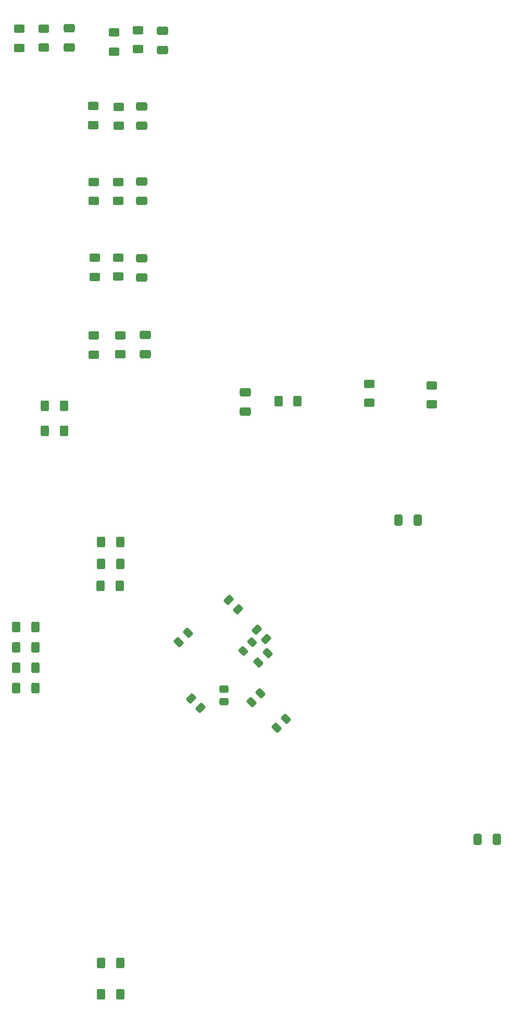
<source format=gbp>
G04 #@! TF.GenerationSoftware,KiCad,Pcbnew,7.0.7*
G04 #@! TF.CreationDate,2023-10-20T13:35:02-04:00*
G04 #@! TF.ProjectId,Schematic,53636865-6d61-4746-9963-2e6b69636164,rev?*
G04 #@! TF.SameCoordinates,Original*
G04 #@! TF.FileFunction,Paste,Bot*
G04 #@! TF.FilePolarity,Positive*
%FSLAX46Y46*%
G04 Gerber Fmt 4.6, Leading zero omitted, Abs format (unit mm)*
G04 Created by KiCad (PCBNEW 7.0.7) date 2023-10-20 13:35:02*
%MOMM*%
%LPD*%
G01*
G04 APERTURE LIST*
G04 Aperture macros list*
%AMRoundRect*
0 Rectangle with rounded corners*
0 $1 Rounding radius*
0 $2 $3 $4 $5 $6 $7 $8 $9 X,Y pos of 4 corners*
0 Add a 4 corners polygon primitive as box body*
4,1,4,$2,$3,$4,$5,$6,$7,$8,$9,$2,$3,0*
0 Add four circle primitives for the rounded corners*
1,1,$1+$1,$2,$3*
1,1,$1+$1,$4,$5*
1,1,$1+$1,$6,$7*
1,1,$1+$1,$8,$9*
0 Add four rect primitives between the rounded corners*
20,1,$1+$1,$2,$3,$4,$5,0*
20,1,$1+$1,$4,$5,$6,$7,0*
20,1,$1+$1,$6,$7,$8,$9,0*
20,1,$1+$1,$8,$9,$2,$3,0*%
G04 Aperture macros list end*
%ADD10RoundRect,0.250000X0.400000X0.625000X-0.400000X0.625000X-0.400000X-0.625000X0.400000X-0.625000X0*%
%ADD11RoundRect,0.250000X-0.400000X-0.625000X0.400000X-0.625000X0.400000X0.625000X-0.400000X0.625000X0*%
%ADD12RoundRect,0.250000X0.625000X-0.400000X0.625000X0.400000X-0.625000X0.400000X-0.625000X-0.400000X0*%
%ADD13RoundRect,0.250000X-0.475000X0.337500X-0.475000X-0.337500X0.475000X-0.337500X0.475000X0.337500X0*%
%ADD14RoundRect,0.250000X-0.625000X0.400000X-0.625000X-0.400000X0.625000X-0.400000X0.625000X0.400000X0*%
%ADD15RoundRect,0.250000X-0.574524X-0.097227X-0.097227X-0.574524X0.574524X0.097227X0.097227X0.574524X0*%
%ADD16RoundRect,0.250000X-0.412500X-0.650000X0.412500X-0.650000X0.412500X0.650000X-0.412500X0.650000X0*%
%ADD17RoundRect,0.250000X0.650000X-0.412500X0.650000X0.412500X-0.650000X0.412500X-0.650000X-0.412500X0*%
%ADD18RoundRect,0.250000X0.412500X0.650000X-0.412500X0.650000X-0.412500X-0.650000X0.412500X-0.650000X0*%
%ADD19RoundRect,0.250000X0.097227X-0.574524X0.574524X-0.097227X-0.097227X0.574524X-0.574524X0.097227X0*%
%ADD20RoundRect,0.250000X-0.097227X0.574524X-0.574524X0.097227X0.097227X-0.574524X0.574524X-0.097227X0*%
%ADD21RoundRect,0.250000X-0.650000X0.412500X-0.650000X-0.412500X0.650000X-0.412500X0.650000X0.412500X0*%
%ADD22RoundRect,0.250000X-0.088388X0.548008X-0.548008X0.088388X0.088388X-0.548008X0.548008X-0.088388X0*%
G04 APERTURE END LIST*
D10*
X59716000Y-98044000D03*
X56616000Y-98044000D03*
X59716000Y-93980000D03*
X56616000Y-93980000D03*
D11*
X51943000Y-133211000D03*
X55043000Y-133211000D03*
D12*
X71755000Y-36094000D03*
X71755000Y-32994000D03*
D13*
X85725000Y-139954000D03*
X85725000Y-142029000D03*
D11*
X51943000Y-136501000D03*
X55043000Y-136501000D03*
D14*
X119507000Y-90652000D03*
X119507000Y-93752000D03*
D15*
X91087377Y-130330377D03*
X92554623Y-131797623D03*
D16*
X114113000Y-112522000D03*
X117238000Y-112522000D03*
D11*
X51943000Y-139791000D03*
X55043000Y-139791000D03*
D12*
X64435000Y-48413000D03*
X64435000Y-45313000D03*
X64562000Y-60732000D03*
X64562000Y-57632000D03*
D17*
X60579000Y-35852500D03*
X60579000Y-32727500D03*
D10*
X68860000Y-116078000D03*
X65760000Y-116078000D03*
X68860000Y-119634000D03*
X65760000Y-119634000D03*
D18*
X130086500Y-164338000D03*
X126961500Y-164338000D03*
D12*
X68626000Y-48540000D03*
X68626000Y-45440000D03*
D19*
X78387377Y-132305623D03*
X79854623Y-130838377D03*
D12*
X67818000Y-36475000D03*
X67818000Y-33375000D03*
X52451000Y-35866000D03*
X52451000Y-32766000D03*
X64562000Y-85650000D03*
X64562000Y-82550000D03*
D15*
X86515377Y-125504377D03*
X87982623Y-126971623D03*
D12*
X64689000Y-73051000D03*
X64689000Y-69951000D03*
D20*
X92808623Y-134140377D03*
X91341377Y-135607623D03*
D12*
X68880000Y-85624000D03*
X68880000Y-82524000D03*
D10*
X68860000Y-189484000D03*
X65760000Y-189484000D03*
D17*
X72309000Y-73190500D03*
X72309000Y-70065500D03*
D11*
X94589000Y-93218000D03*
X97689000Y-93218000D03*
D17*
X75692000Y-36233500D03*
X75692000Y-33108500D03*
D11*
X51943000Y-129921000D03*
X55043000Y-129921000D03*
D17*
X72309000Y-60744500D03*
X72309000Y-57619500D03*
D21*
X89154000Y-91782500D03*
X89154000Y-94907500D03*
D12*
X56388000Y-35840000D03*
X56388000Y-32740000D03*
X68499000Y-60732000D03*
X68499000Y-57632000D03*
X68499000Y-73025000D03*
X68499000Y-69925000D03*
D15*
X80419377Y-141506377D03*
X81886623Y-142973623D03*
D10*
X68785000Y-123190000D03*
X65685000Y-123190000D03*
D17*
X72309000Y-48552500D03*
X72309000Y-45427500D03*
X72944000Y-85636500D03*
X72944000Y-82511500D03*
D19*
X94290754Y-146247246D03*
X95758000Y-144780000D03*
D10*
X68860000Y-184404000D03*
X65760000Y-184404000D03*
D20*
X91637246Y-140645754D03*
X90170000Y-142113000D03*
D14*
X109347000Y-90398000D03*
X109347000Y-93498000D03*
D22*
X90259784Y-132371216D03*
X88810216Y-133820784D03*
M02*

</source>
